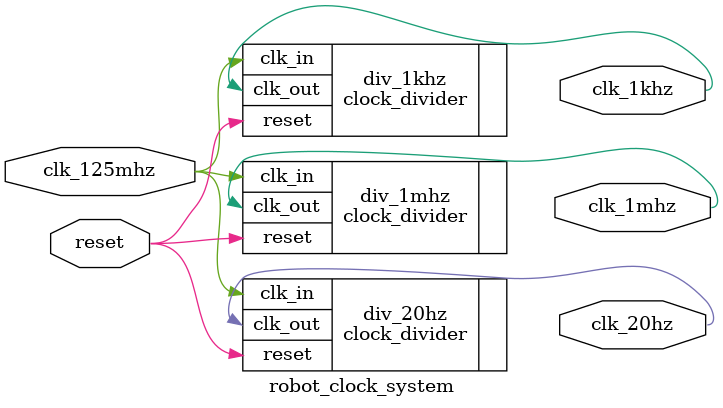
<source format=v>
`timescale 1ns / 1ps



module robot_clock_system(
    input wire clk_125mhz,      // 125MHz system clock (Zybo Z7)
    input wire reset,           // Active high reset
    output wire clk_1khz,       // 1kHz clock for general timing
    output wire clk_20hz,       // 20Hz clock for sensor sampling
    output wire clk_1mhz        // 1MHz clock for microsecond timing
);

    parameter CLOCK_FREQ = 125_000_000;  // 125MHz input clock (Zybo Z7)
    
    // Clock divider instances
    clock_divider #(.INPUT_FREQ(CLOCK_FREQ), .OUTPUT_FREQ(1_000_000)) 
        div_1mhz (.clk_in(clk_125mhz), .reset(reset), .clk_out(clk_1mhz));
    
    clock_divider #(.INPUT_FREQ(CLOCK_FREQ), .OUTPUT_FREQ(1_000)) 
        div_1khz (.clk_in(clk_125mhz), .reset(reset), .clk_out(clk_1khz));
    
    clock_divider #(.INPUT_FREQ(CLOCK_FREQ), .OUTPUT_FREQ(20)) 
        div_20hz (.clk_in(clk_125mhz), .reset(reset), .clk_out(clk_20hz));

endmodule

</source>
